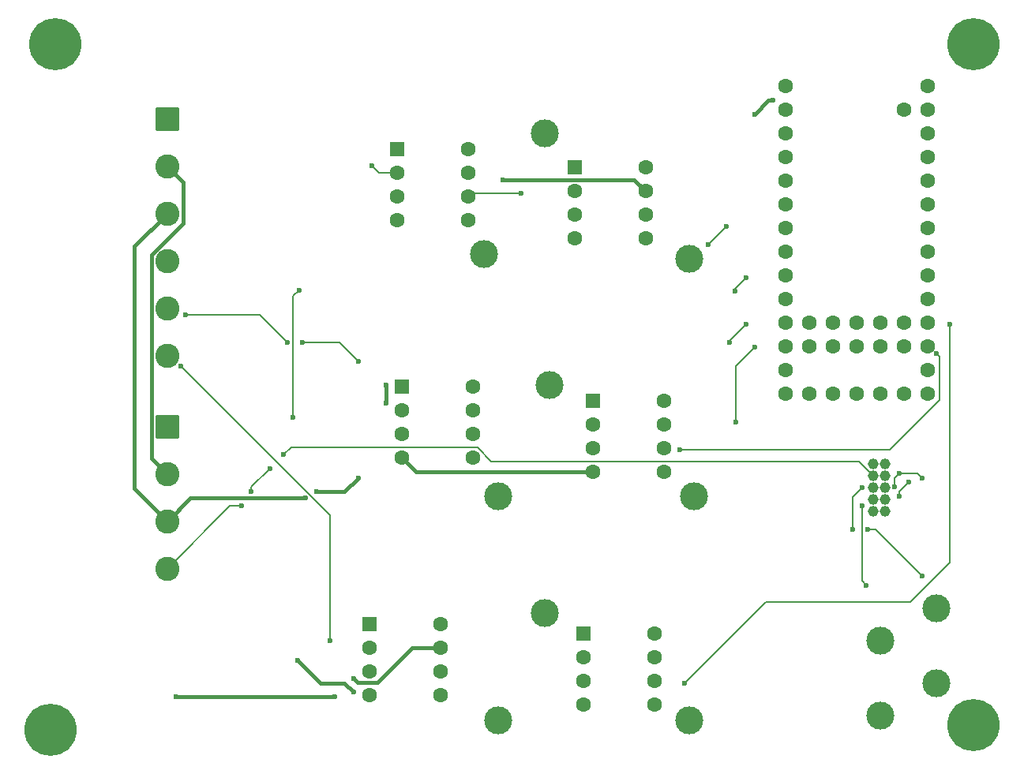
<source format=gbr>
%TF.GenerationSoftware,KiCad,Pcbnew,9.0.2*%
%TF.CreationDate,2025-07-17T13:41:35-04:00*%
%TF.ProjectId,Mirror+QC_Control,4d697272-6f72-42b5-9143-5f436f6e7472,rev?*%
%TF.SameCoordinates,Original*%
%TF.FileFunction,Copper,L2,Bot*%
%TF.FilePolarity,Positive*%
%FSLAX46Y46*%
G04 Gerber Fmt 4.6, Leading zero omitted, Abs format (unit mm)*
G04 Created by KiCad (PCBNEW 9.0.2) date 2025-07-17 13:41:35*
%MOMM*%
%LPD*%
G01*
G04 APERTURE LIST*
G04 Aperture macros list*
%AMRoundRect*
0 Rectangle with rounded corners*
0 $1 Rounding radius*
0 $2 $3 $4 $5 $6 $7 $8 $9 X,Y pos of 4 corners*
0 Add a 4 corners polygon primitive as box body*
4,1,4,$2,$3,$4,$5,$6,$7,$8,$9,$2,$3,0*
0 Add four circle primitives for the rounded corners*
1,1,$1+$1,$2,$3*
1,1,$1+$1,$4,$5*
1,1,$1+$1,$6,$7*
1,1,$1+$1,$8,$9*
0 Add four rect primitives between the rounded corners*
20,1,$1+$1,$2,$3,$4,$5,0*
20,1,$1+$1,$4,$5,$6,$7,0*
20,1,$1+$1,$6,$7,$8,$9,0*
20,1,$1+$1,$8,$9,$2,$3,0*%
G04 Aperture macros list end*
%TA.AperFunction,ComponentPad*%
%ADD10C,1.168400*%
%TD*%
%TA.AperFunction,ComponentPad*%
%ADD11C,3.000000*%
%TD*%
%TA.AperFunction,ComponentPad*%
%ADD12C,1.600000*%
%TD*%
%TA.AperFunction,ComponentPad*%
%ADD13RoundRect,0.250000X-1.050000X1.050000X-1.050000X-1.050000X1.050000X-1.050000X1.050000X1.050000X0*%
%TD*%
%TA.AperFunction,ComponentPad*%
%ADD14C,2.600000*%
%TD*%
%TA.AperFunction,ComponentPad*%
%ADD15RoundRect,0.250000X-0.550000X-0.550000X0.550000X-0.550000X0.550000X0.550000X-0.550000X0.550000X0*%
%TD*%
%TA.AperFunction,ConnectorPad*%
%ADD16C,5.600000*%
%TD*%
%TA.AperFunction,ComponentPad*%
%ADD17C,3.600000*%
%TD*%
%TA.AperFunction,ViaPad*%
%ADD18C,0.600000*%
%TD*%
%TA.AperFunction,Conductor*%
%ADD19C,0.200000*%
%TD*%
%TA.AperFunction,Conductor*%
%ADD20C,0.381000*%
%TD*%
G04 APERTURE END LIST*
D10*
%TO.P,J4,10,10*%
%TO.N,/FCLK_Y*%
X133500000Y-78580000D03*
%TO.P,J4,9,9*%
%TO.N,/FCLK_X*%
X132230000Y-78580000D03*
%TO.P,J4,8,8*%
%TO.N,/SCLK*%
X133500000Y-77310000D03*
%TO.P,J4,7,7*%
%TO.N,/SYNC*%
X132230000Y-77310000D03*
%TO.P,J4,6,6*%
%TO.N,/DIN*%
X133500000Y-76040000D03*
%TO.P,J4,5,5*%
%TO.N,/EN*%
X132230000Y-76040000D03*
%TO.P,J4,4,4*%
%TO.N,GND*%
X133500000Y-74770000D03*
%TO.P,J4,3,3*%
%TO.N,+5V*%
X132230000Y-74770000D03*
%TO.P,J4,2,2*%
%TO.N,unconnected-(J4-Pad2)*%
X133500000Y-73500000D03*
%TO.P,J4,1,1*%
%TO.N,unconnected-(J4-Pad1)*%
X132230000Y-73500000D03*
%TD*%
D11*
%TO.P,YStage1,1,1*%
%TO.N,/y_stage1*%
X92000000Y-77000000D03*
%TD*%
%TO.P,YStage2,1,1*%
%TO.N,/y_stage2*%
X113000000Y-77000000D03*
%TD*%
%TO.P,XStage2,1,1*%
%TO.N,/x_stage2*%
X112500000Y-51500000D03*
%TD*%
%TO.P,XStage1,1,1*%
%TO.N,/x_stage1*%
X90500000Y-51000000D03*
%TD*%
%TO.P,TP_SYNC1,1,1*%
%TO.N,/SYNC*%
X133000000Y-92500000D03*
%TD*%
%TO.P,TP_EN1,1,1*%
%TO.N,/EN*%
X139000000Y-89000000D03*
%TD*%
%TO.P,TP_DIN1,1,1*%
%TO.N,/DIN*%
X133000000Y-100500000D03*
%TD*%
%TO.P,SumStage2,1,1*%
%TO.N,/sum_stage2*%
X112500000Y-101000000D03*
%TD*%
%TO.P,SumStage1,1,1*%
%TO.N,/sum_stage1*%
X92000000Y-101000000D03*
%TD*%
%TO.P,GND4,1,1*%
%TO.N,GND*%
X139000000Y-97000000D03*
%TD*%
%TO.P,GND3,1,1*%
%TO.N,GND*%
X97000000Y-89500000D03*
%TD*%
%TO.P,GND2,1,1*%
%TO.N,GND*%
X97500000Y-65000000D03*
%TD*%
%TO.P,GND1,1,1*%
%TO.N,GND*%
X97000000Y-38000000D03*
%TD*%
D12*
%TO.P,U7,17,GND*%
%TO.N,GND*%
X130420000Y-65980000D03*
%TO.P,U7,18,PROGRAM*%
%TO.N,unconnected-(U7-PROGRAM-Pad18)*%
X132960000Y-65980000D03*
%TO.P,U7,19,ON_OFF*%
%TO.N,unconnected-(U7-ON_OFF-Pad19)*%
X135500000Y-65980000D03*
%TO.P,U7,20,13_SCK_CRX1_LED*%
%TO.N,/SCLK*%
X138040000Y-65980000D03*
%TO.P,U7,16,3V3*%
%TO.N,unconnected-(U7-3V3-Pad16)*%
X127880000Y-65980000D03*
%TO.P,U7,15,VBAT*%
%TO.N,unconnected-(U7-VBAT-Pad15)*%
X125340000Y-65980000D03*
%TO.P,U7,14,12_MISO_MQSL*%
%TO.N,unconnected-(U7-12_MISO_MQSL-Pad14)*%
X122800000Y-65980000D03*
%TO.P,U7,21,14_A0_TX3_SPDIF_OUT*%
%TO.N,/x_stage2*%
X138040000Y-63440000D03*
%TO.P,U7,22,15_A1_RX3_SPDIF_IN*%
%TO.N,/y_stage2*%
X138040000Y-60900000D03*
%TO.P,U7,23,16_A2_RX4_SCL1*%
%TO.N,/sum_stage2*%
X138040000Y-58360000D03*
%TO.P,U7,24,17_A3_TX4_SDA1*%
%TO.N,unconnected-(U7-17_A3_TX4_SDA1-Pad24)*%
X138040000Y-55820000D03*
%TO.P,U7,25,18_A4_SDA0*%
%TO.N,unconnected-(U7-18_A4_SDA0-Pad25)*%
X138040000Y-53280000D03*
%TO.P,U7,26,19_A5_SCL0*%
%TO.N,unconnected-(U7-19_A5_SCL0-Pad26)*%
X138040000Y-50740000D03*
%TO.P,U7,27,20_A6_TX5_LRCLK1*%
%TO.N,unconnected-(U7-20_A6_TX5_LRCLK1-Pad27)*%
X138040000Y-48200000D03*
%TO.P,U7,28,21_A7_RX5_BCLK1*%
%TO.N,unconnected-(U7-21_A7_RX5_BCLK1-Pad28)*%
X138040000Y-45660000D03*
%TO.P,U7,29,22_A8_CTX1*%
%TO.N,unconnected-(U7-22_A8_CTX1-Pad29)*%
X138040000Y-43120000D03*
%TO.P,U7,30,23_A9_CRX1_MCLK1*%
%TO.N,unconnected-(U7-23_A9_CRX1_MCLK1-Pad30)*%
X138040000Y-40580000D03*
%TO.P,U7,31,3V3*%
%TO.N,unconnected-(U7-3V3-Pad31)*%
X138040000Y-38040000D03*
%TO.P,U7,32,GND*%
%TO.N,GND*%
X138040000Y-35500000D03*
%TO.P,U7,33,VIN*%
%TO.N,unconnected-(U7-VIN-Pad33)*%
X138040000Y-32960000D03*
%TO.P,U7,34,VUSB*%
%TO.N,unconnected-(U7-VUSB-Pad34)*%
X135500000Y-35500000D03*
%TO.P,U7,13,11_MOSI_CTX1*%
%TO.N,/DIN*%
X122800000Y-63440000D03*
%TO.P,U7,12,10_CS_MQSR*%
%TO.N,/FCLK_Y*%
X122800000Y-60900000D03*
%TO.P,U7,11,9_OUT1C*%
%TO.N,/FCLK_X*%
X122800000Y-58360000D03*
%TO.P,U7,10,8_TX2_IN1*%
%TO.N,unconnected-(U7-8_TX2_IN1-Pad10)*%
X122800000Y-55820000D03*
%TO.P,U7,9,7_RX2_OUT1A*%
%TO.N,/SYNC*%
X122800000Y-53280000D03*
%TO.P,U7,8,6_OUT1D*%
%TO.N,unconnected-(U7-6_OUT1D-Pad8)*%
X122800000Y-50740000D03*
%TO.P,U7,7,5_IN2*%
%TO.N,/EN*%
X122800000Y-48200000D03*
%TO.P,U7,6,4_BCLK2*%
%TO.N,unconnected-(U7-4_BCLK2-Pad6)*%
X122800000Y-45660000D03*
%TO.P,U7,5,3_LRCLK2*%
%TO.N,unconnected-(U7-3_LRCLK2-Pad5)*%
X122800000Y-43120000D03*
%TO.P,U7,4,2_OUT2*%
%TO.N,unconnected-(U7-2_OUT2-Pad4)*%
X122800000Y-40580000D03*
%TO.P,U7,3,1_TX1_CTX2_MISO1*%
%TO.N,unconnected-(U7-1_TX1_CTX2_MISO1-Pad3)*%
X122800000Y-38040000D03*
%TO.P,U7,2,0_RX1_CRX2_CS1*%
%TO.N,unconnected-(U7-0_RX1_CRX2_CS1-Pad2)*%
X122800000Y-35500000D03*
%TO.P,U7,1,GND*%
%TO.N,GND*%
X122800000Y-32960000D03*
%TO.P,U7,35,24_A10_TX6_SCL2*%
%TO.N,unconnected-(U7-24_A10_TX6_SCL2-Pad35)*%
X135500000Y-60900000D03*
%TO.P,U7,36,25_A11_RX6_SDA2*%
%TO.N,unconnected-(U7-25_A11_RX6_SDA2-Pad36)*%
X135500000Y-58360000D03*
%TO.P,U7,37,26_A12_MOSI1*%
%TO.N,unconnected-(U7-26_A12_MOSI1-Pad37)*%
X132960000Y-60900000D03*
%TO.P,U7,38,27_A13_SCK1*%
%TO.N,unconnected-(U7-27_A13_SCK1-Pad38)*%
X132960000Y-58360000D03*
%TO.P,U7,39,28_RX7*%
%TO.N,unconnected-(U7-28_RX7-Pad39)*%
X130420000Y-60900000D03*
%TO.P,U7,40,29_TX7*%
%TO.N,unconnected-(U7-29_TX7-Pad40)*%
X130420000Y-58360000D03*
%TO.P,U7,41,30_CRX3*%
%TO.N,unconnected-(U7-30_CRX3-Pad41)*%
X127880000Y-60900000D03*
%TO.P,U7,42,31_CTX3*%
%TO.N,unconnected-(U7-31_CTX3-Pad42)*%
X127880000Y-58360000D03*
%TO.P,U7,43,32_OUT1B*%
%TO.N,unconnected-(U7-32_OUT1B-Pad43)*%
X125340000Y-60900000D03*
%TO.P,U7,44,33_MCLK2*%
%TO.N,unconnected-(U7-33_MCLK2-Pad44)*%
X125340000Y-58360000D03*
%TD*%
D13*
%TO.P,J3,1,Pin_1*%
%TO.N,GND*%
X56500000Y-36500000D03*
D14*
%TO.P,J3,2,Pin_2*%
%TO.N,+15V*%
X56500000Y-41580000D03*
%TO.P,J3,3,Pin_3*%
%TO.N,-15V*%
X56500000Y-46660000D03*
%TO.P,J3,4,Pin_4*%
%TO.N,/x+*%
X56500000Y-51740000D03*
%TO.P,J3,5,Pin_5*%
%TO.N,/y+*%
X56500000Y-56820000D03*
%TO.P,J3,6,Pin_6*%
%TO.N,/sum*%
X56500000Y-61900000D03*
%TD*%
D15*
%TO.P,U11,1,BAL*%
%TO.N,unconnected-(U11-BAL-Pad1)*%
X100195000Y-41690000D03*
D12*
%TO.P,U11,2,-*%
%TO.N,Net-(U11--)*%
X100195000Y-44230000D03*
%TO.P,U11,3,+*%
%TO.N,GND*%
X100195000Y-46770000D03*
%TO.P,U11,4,V-*%
%TO.N,-15V*%
X100195000Y-49310000D03*
%TO.P,U11,5,COMP*%
%TO.N,unconnected-(U11-COMP-Pad5)*%
X107815000Y-49310000D03*
%TO.P,U11,6*%
%TO.N,/x_stage2*%
X107815000Y-46770000D03*
%TO.P,U11,7,V+*%
%TO.N,+15V*%
X107815000Y-44230000D03*
%TO.P,U11,8,C/B*%
%TO.N,unconnected-(U11-C{slash}B-Pad8)*%
X107815000Y-41690000D03*
%TD*%
D15*
%TO.P,U10,1,BAL*%
%TO.N,unconnected-(U10-BAL-Pad1)*%
X81195000Y-39690000D03*
D12*
%TO.P,U10,2,-*%
%TO.N,Net-(U10--)*%
X81195000Y-42230000D03*
%TO.P,U10,3,+*%
%TO.N,GND*%
X81195000Y-44770000D03*
%TO.P,U10,4,V-*%
%TO.N,-15V*%
X81195000Y-47310000D03*
%TO.P,U10,5,COMP*%
%TO.N,unconnected-(U10-COMP-Pad5)*%
X88815000Y-47310000D03*
%TO.P,U10,6*%
%TO.N,/x_stage1*%
X88815000Y-44770000D03*
%TO.P,U10,7,V+*%
%TO.N,+15V*%
X88815000Y-42230000D03*
%TO.P,U10,8,C/B*%
%TO.N,unconnected-(U10-C{slash}B-Pad8)*%
X88815000Y-39690000D03*
%TD*%
D15*
%TO.P,U6,1,BAL*%
%TO.N,unconnected-(U6-BAL-Pad1)*%
X101195000Y-91690000D03*
D12*
%TO.P,U6,2,-*%
%TO.N,Net-(U6--)*%
X101195000Y-94230000D03*
%TO.P,U6,3,+*%
%TO.N,GND*%
X101195000Y-96770000D03*
%TO.P,U6,4,V-*%
%TO.N,-15V*%
X101195000Y-99310000D03*
%TO.P,U6,5,COMP*%
%TO.N,unconnected-(U6-COMP-Pad5)*%
X108815000Y-99310000D03*
%TO.P,U6,6*%
%TO.N,/sum_stage2*%
X108815000Y-96770000D03*
%TO.P,U6,7,V+*%
%TO.N,+15V*%
X108815000Y-94230000D03*
%TO.P,U6,8,C/B*%
%TO.N,unconnected-(U6-C{slash}B-Pad8)*%
X108815000Y-91690000D03*
%TD*%
D15*
%TO.P,U5,1,BAL*%
%TO.N,unconnected-(U5-BAL-Pad1)*%
X78195000Y-90690000D03*
D12*
%TO.P,U5,2,-*%
%TO.N,Net-(U5--)*%
X78195000Y-93230000D03*
%TO.P,U5,3,+*%
%TO.N,GND*%
X78195000Y-95770000D03*
%TO.P,U5,4,V-*%
%TO.N,-15V*%
X78195000Y-98310000D03*
%TO.P,U5,5,COMP*%
%TO.N,unconnected-(U5-COMP-Pad5)*%
X85815000Y-98310000D03*
%TO.P,U5,6*%
%TO.N,/sum_stage1*%
X85815000Y-95770000D03*
%TO.P,U5,7,V+*%
%TO.N,+15V*%
X85815000Y-93230000D03*
%TO.P,U5,8,C/B*%
%TO.N,unconnected-(U5-C{slash}B-Pad8)*%
X85815000Y-90690000D03*
%TD*%
D15*
%TO.P,U3,1,BAL*%
%TO.N,unconnected-(U3-BAL-Pad1)*%
X102195000Y-66690000D03*
D12*
%TO.P,U3,2,-*%
%TO.N,Net-(U3--)*%
X102195000Y-69230000D03*
%TO.P,U3,3,+*%
%TO.N,GND*%
X102195000Y-71770000D03*
%TO.P,U3,4,V-*%
%TO.N,-15V*%
X102195000Y-74310000D03*
%TO.P,U3,5,COMP*%
%TO.N,unconnected-(U3-COMP-Pad5)*%
X109815000Y-74310000D03*
%TO.P,U3,6*%
%TO.N,/y_stage2*%
X109815000Y-71770000D03*
%TO.P,U3,7,V+*%
%TO.N,+15V*%
X109815000Y-69230000D03*
%TO.P,U3,8,C/B*%
%TO.N,unconnected-(U3-C{slash}B-Pad8)*%
X109815000Y-66690000D03*
%TD*%
D15*
%TO.P,U1,1,BAL*%
%TO.N,unconnected-(U1-BAL-Pad1)*%
X81695000Y-65190000D03*
D12*
%TO.P,U1,2,-*%
%TO.N,Net-(U1--)*%
X81695000Y-67730000D03*
%TO.P,U1,3,+*%
%TO.N,GND*%
X81695000Y-70270000D03*
%TO.P,U1,4,V-*%
%TO.N,-15V*%
X81695000Y-72810000D03*
%TO.P,U1,5,COMP*%
%TO.N,unconnected-(U1-COMP-Pad5)*%
X89315000Y-72810000D03*
%TO.P,U1,6*%
%TO.N,/y_stage1*%
X89315000Y-70270000D03*
%TO.P,U1,7,V+*%
%TO.N,+15V*%
X89315000Y-67730000D03*
%TO.P,U1,8,C/B*%
%TO.N,unconnected-(U1-C{slash}B-Pad8)*%
X89315000Y-65190000D03*
%TD*%
D16*
%TO.P,H1,1*%
%TO.N,N/C*%
X44500000Y-28500000D03*
D17*
X44500000Y-28500000D03*
%TD*%
%TO.P,H2,1*%
%TO.N,N/C*%
X44000000Y-102000000D03*
D16*
X44000000Y-102000000D03*
%TD*%
D17*
%TO.P,H3,1*%
%TO.N,N/C*%
X143000000Y-28500000D03*
D16*
X143000000Y-28500000D03*
%TD*%
%TO.P,H4,1*%
%TO.N,N/C*%
X143000000Y-101500000D03*
D17*
X143000000Y-101500000D03*
%TD*%
D13*
%TO.P,J2,1,Pin_1*%
%TO.N,GND*%
X56500000Y-69500000D03*
D14*
%TO.P,J2,2,Pin_2*%
%TO.N,+15V*%
X56500000Y-74580000D03*
%TO.P,J2,3,Pin_3*%
%TO.N,-15V*%
X56500000Y-79660000D03*
%TO.P,J2,4,Pin_4*%
%TO.N,+5V*%
X56500000Y-84740000D03*
%TD*%
D18*
%TO.N,+5V*%
X69000000Y-72500000D03*
X67500000Y-74000000D03*
X65500000Y-76483765D03*
X64500000Y-78000000D03*
%TO.N,-15V*%
X77000000Y-75000000D03*
X71325735Y-77174265D03*
X72500000Y-76500000D03*
%TO.N,/sum*%
X74000000Y-92500000D03*
X58000000Y-63000000D03*
%TO.N,/y+*%
X77000000Y-62500000D03*
X69400000Y-60500000D03*
X71000000Y-60500000D03*
X58500000Y-57500000D03*
%TO.N,+5V*%
X70000000Y-68500000D03*
%TO.N,/x_stage1*%
X94500000Y-44500000D03*
%TO.N,+15V*%
X92500000Y-43000000D03*
%TO.N,Net-(U10--)*%
X78500000Y-41500000D03*
%TO.N,+15V*%
X57500000Y-98500000D03*
X74500000Y-98500000D03*
%TO.N,GND*%
X121500000Y-34500000D03*
X119500000Y-36000000D03*
%TO.N,-15V*%
X76500000Y-98000000D03*
X70500000Y-94578500D03*
%TO.N,+15V*%
X76500000Y-96500000D03*
%TO.N,/sum_stage2*%
X112000000Y-97000000D03*
X140400000Y-58500000D03*
%TO.N,/y_stage2*%
X138973605Y-61657866D03*
X111500000Y-72000000D03*
%TO.N,/x_stage2*%
X116500000Y-48000000D03*
X114500000Y-50000000D03*
%TO.N,/DIN*%
X137500000Y-75000000D03*
%TO.N,/EN*%
X130000000Y-80500000D03*
X137500000Y-85500000D03*
X131600000Y-80500000D03*
X131000000Y-76040000D03*
%TO.N,/SYNC*%
X131000000Y-77980000D03*
X131505040Y-86505040D03*
%TO.N,/FCLK_Y*%
X117500000Y-69000000D03*
X119500000Y-61000000D03*
%TO.N,/SCLK*%
X136016349Y-75483651D03*
X135000000Y-77000000D03*
%TO.N,/DIN*%
X135016349Y-74483651D03*
X134500000Y-76000000D03*
%TO.N,/FCLK_X*%
X116800000Y-60500000D03*
X118600000Y-58500000D03*
%TO.N,/SYNC*%
X118600000Y-53500000D03*
X117400000Y-55000000D03*
%TO.N,+5V*%
X70634265Y-54865735D03*
%TO.N,-15V*%
X80000000Y-65000000D03*
X80000000Y-67000000D03*
%TD*%
D19*
%TO.N,/sum_stage2*%
X140400000Y-58500000D02*
X140400000Y-84100000D01*
X140400000Y-84100000D02*
X136204578Y-88295422D01*
X120704578Y-88295422D02*
X112000000Y-97000000D01*
X136204578Y-88295422D02*
X120704578Y-88295422D01*
%TO.N,/EN*%
X137500000Y-85500000D02*
X132500000Y-80500000D01*
X132500000Y-80500000D02*
X131600000Y-80500000D01*
%TO.N,+5V*%
X132230000Y-74770000D02*
X130669000Y-73209000D01*
X69791000Y-71709000D02*
X69000000Y-72500000D01*
X130669000Y-73209000D02*
X91271050Y-73209000D01*
X91271050Y-73209000D02*
X89771050Y-71709000D01*
X89771050Y-71709000D02*
X69791000Y-71709000D01*
X56500000Y-84740000D02*
X63240000Y-78000000D01*
X63240000Y-78000000D02*
X64500000Y-78000000D01*
X65500000Y-76483765D02*
X65500000Y-76000000D01*
X65500000Y-76000000D02*
X67500000Y-74000000D01*
D20*
%TO.N,-15V*%
X56500000Y-79660000D02*
X58985735Y-77174265D01*
X58985735Y-77174265D02*
X71325735Y-77174265D01*
X72500000Y-76500000D02*
X75500000Y-76500000D01*
X75500000Y-76500000D02*
X77000000Y-75000000D01*
%TO.N,+15V*%
X56500000Y-41580000D02*
X58191500Y-43271500D01*
X58191500Y-43271500D02*
X58191500Y-47656357D01*
X58191500Y-47656357D02*
X54808500Y-51039357D01*
X54808500Y-51039357D02*
X54808500Y-72888500D01*
X54808500Y-72888500D02*
X56500000Y-74580000D01*
%TO.N,-15V*%
X56500000Y-79660000D02*
X53000000Y-76160000D01*
X53000000Y-76160000D02*
X53000000Y-50160000D01*
X53000000Y-50160000D02*
X56500000Y-46660000D01*
D19*
%TO.N,/sum*%
X74000000Y-79000000D02*
X74000000Y-92500000D01*
X58000000Y-63000000D02*
X74000000Y-79000000D01*
%TO.N,/y+*%
X75000000Y-60500000D02*
X77000000Y-62500000D01*
X71000000Y-60500000D02*
X75000000Y-60500000D01*
X58500000Y-57500000D02*
X66400000Y-57500000D01*
X66400000Y-57500000D02*
X69400000Y-60500000D01*
%TO.N,+5V*%
X70000000Y-56000000D02*
X70000000Y-68500000D01*
D20*
%TO.N,-15V*%
X81695000Y-72810000D02*
X83195000Y-74310000D01*
X83195000Y-74310000D02*
X102195000Y-74310000D01*
D19*
%TO.N,/x_stage1*%
X88815000Y-44770000D02*
X88815000Y-44685000D01*
X89000000Y-44500000D02*
X94500000Y-44500000D01*
X88815000Y-44685000D02*
X89000000Y-44500000D01*
D20*
%TO.N,+15V*%
X92500000Y-43000000D02*
X106585000Y-43000000D01*
X106585000Y-43000000D02*
X107815000Y-44230000D01*
D19*
%TO.N,Net-(U10--)*%
X78500000Y-41500000D02*
X79230000Y-42230000D01*
X79230000Y-42230000D02*
X81195000Y-42230000D01*
D20*
%TO.N,+15V*%
X57500000Y-98500000D02*
X74500000Y-98500000D01*
%TO.N,-15V*%
X72921500Y-97000000D02*
X75500000Y-97000000D01*
X70500000Y-94578500D02*
X72921500Y-97000000D01*
X75500000Y-97000000D02*
X76500000Y-98000000D01*
%TO.N,+15V*%
X76500000Y-96500000D02*
X76961500Y-96961500D01*
X76961500Y-96961500D02*
X79038500Y-96961500D01*
X79038500Y-96961500D02*
X82770000Y-93230000D01*
X82770000Y-93230000D02*
X85815000Y-93230000D01*
%TO.N,GND*%
X121000000Y-34500000D02*
X119500000Y-36000000D01*
X121500000Y-34500000D02*
X121000000Y-34500000D01*
D19*
%TO.N,/y_stage2*%
X138973605Y-61657866D02*
X139315735Y-61999996D01*
X139315735Y-61999996D02*
X139315735Y-66684265D01*
X134000000Y-72000000D02*
X111500000Y-72000000D01*
X139315735Y-66684265D02*
X134000000Y-72000000D01*
%TO.N,/x_stage2*%
X114500000Y-50000000D02*
X116500000Y-48000000D01*
%TO.N,/DIN*%
X137500000Y-75000000D02*
X136983651Y-74483651D01*
X136983651Y-74483651D02*
X135016349Y-74483651D01*
%TO.N,/EN*%
X130000000Y-77040000D02*
X131000000Y-76040000D01*
X130000000Y-80500000D02*
X130000000Y-77040000D01*
%TO.N,/SYNC*%
X131000000Y-86000000D02*
X131000000Y-77980000D01*
X131505040Y-86505040D02*
X131000000Y-86000000D01*
%TO.N,/FCLK_Y*%
X117500000Y-63000000D02*
X119500000Y-61000000D01*
X117500000Y-69000000D02*
X117500000Y-63000000D01*
%TO.N,/SCLK*%
X135000000Y-77000000D02*
X135000000Y-76500000D01*
X135000000Y-76500000D02*
X136016349Y-75483651D01*
%TO.N,/DIN*%
X134500000Y-75000000D02*
X135016349Y-74483651D01*
X134500000Y-76000000D02*
X134500000Y-75000000D01*
%TO.N,/FCLK_X*%
X116800000Y-60500000D02*
X116800000Y-60300000D01*
X116800000Y-60300000D02*
X118600000Y-58500000D01*
%TO.N,/SYNC*%
X117400000Y-54700000D02*
X118600000Y-53500000D01*
X117400000Y-55000000D02*
X117400000Y-54700000D01*
%TO.N,+5V*%
X70000000Y-55500000D02*
X70634265Y-54865735D01*
X70000000Y-56000000D02*
X70000000Y-55500000D01*
D20*
%TO.N,-15V*%
X80000000Y-67000000D02*
X80000000Y-65000000D01*
%TD*%
M02*

</source>
